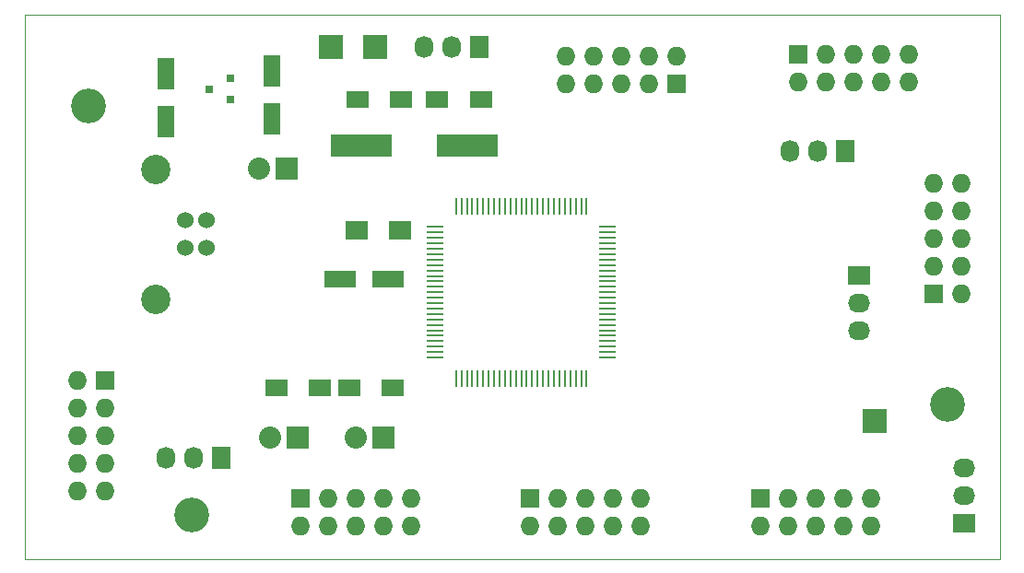
<source format=gts>
G04 #@! TF.FileFunction,Soldermask,Top*
%FSLAX46Y46*%
G04 Gerber Fmt 4.6, Leading zero omitted, Abs format (unit mm)*
G04 Created by KiCad (PCBNEW 4.0.2-stable) date vie 27 may 2016 00:51:31 CEST*
%MOMM*%
G01*
G04 APERTURE LIST*
%ADD10C,0.100000*%
%ADD11R,1.727200X1.727200*%
%ADD12O,1.727200X1.727200*%
%ADD13R,1.500000X0.280000*%
%ADD14R,0.280000X1.500000*%
%ADD15R,1.600200X2.999740*%
%ADD16R,2.000000X1.600000*%
%ADD17R,2.999740X1.600200*%
%ADD18R,2.032000X2.032000*%
%ADD19O,2.032000X2.032000*%
%ADD20R,1.727200X2.032000*%
%ADD21O,1.727200X2.032000*%
%ADD22R,2.235200X2.235200*%
%ADD23C,1.524000*%
%ADD24C,2.700020*%
%ADD25R,2.032000X1.727200*%
%ADD26O,2.032000X1.727200*%
%ADD27R,2.000000X1.700000*%
%ADD28R,0.800100X0.800100*%
%ADD29R,5.600700X2.100580*%
%ADD30C,3.200000*%
G04 APERTURE END LIST*
D10*
X96520000Y-77470000D02*
X96520000Y-127508000D01*
X186055000Y-77470000D02*
X96520000Y-77470000D01*
X186055000Y-127508000D02*
X186055000Y-77470000D01*
X96520000Y-127508000D02*
X186055000Y-127508000D01*
D11*
X121856500Y-121920000D03*
D12*
X121856500Y-124460000D03*
X124396500Y-121920000D03*
X124396500Y-124460000D03*
X126936500Y-121920000D03*
X126936500Y-124460000D03*
X129476500Y-121920000D03*
X129476500Y-124460000D03*
X132016500Y-121920000D03*
X132016500Y-124460000D03*
D13*
X134213000Y-97009396D03*
X134213000Y-97509396D03*
X134213000Y-98009396D03*
X134213000Y-98509396D03*
X134213000Y-99009396D03*
X134213000Y-99509396D03*
X134213000Y-100009396D03*
X134213000Y-100509396D03*
X134213000Y-101009396D03*
X134213000Y-101509396D03*
X134213000Y-102009396D03*
X134213000Y-102509396D03*
X134213000Y-103009396D03*
X134213000Y-103509396D03*
X134213000Y-104009396D03*
X134213000Y-104509396D03*
X134213000Y-105009396D03*
X134213000Y-105509396D03*
X134213000Y-106009396D03*
X134213000Y-106509396D03*
X134213000Y-107009396D03*
X134213000Y-107509396D03*
X134213000Y-108009396D03*
X134213000Y-108509396D03*
X134213000Y-109009396D03*
D14*
X136113000Y-110909396D03*
X136613000Y-110909396D03*
X137113000Y-110909396D03*
X137613000Y-110909396D03*
X138113000Y-110909396D03*
X138613000Y-110909396D03*
X139113000Y-110909396D03*
X139613000Y-110909396D03*
X140113000Y-110909396D03*
X140613000Y-110909396D03*
X141113000Y-110909396D03*
X141613000Y-110909396D03*
X142113000Y-110909396D03*
X142613000Y-110909396D03*
X143113000Y-110909396D03*
X143613000Y-110909396D03*
X144113000Y-110909396D03*
X144613000Y-110909396D03*
X145113000Y-110909396D03*
X145613000Y-110909396D03*
X146113000Y-110909396D03*
X146613000Y-110909396D03*
X147113000Y-110909396D03*
X147613000Y-110909396D03*
X148113000Y-110909396D03*
D13*
X150013000Y-109009396D03*
X150013000Y-108509396D03*
X150013000Y-108009396D03*
X150013000Y-107509396D03*
X150013000Y-107009396D03*
X150013000Y-106509396D03*
X150013000Y-106009396D03*
X150013000Y-105509396D03*
X150013000Y-105009396D03*
X150013000Y-104509396D03*
X150013000Y-104009396D03*
X150013000Y-103509396D03*
X150013000Y-103009396D03*
X150013000Y-102509396D03*
X150013000Y-102009396D03*
X150013000Y-101509396D03*
X150013000Y-101009396D03*
X150013000Y-100509396D03*
X150013000Y-100009396D03*
X150013000Y-99509396D03*
X150013000Y-99009396D03*
X150013000Y-98509396D03*
X150013000Y-98009396D03*
X150013000Y-97509396D03*
X150013000Y-97009396D03*
D14*
X148113000Y-95109396D03*
X147613000Y-95109396D03*
X147113000Y-95109396D03*
X146613000Y-95109396D03*
X146113000Y-95109396D03*
X145613000Y-95109396D03*
X145113000Y-95109396D03*
X144613000Y-95109396D03*
X144113000Y-95109396D03*
X143613000Y-95109396D03*
X143113000Y-95109396D03*
X142613000Y-95109396D03*
X142113000Y-95109396D03*
X141613000Y-95109396D03*
X141113000Y-95109396D03*
X140613000Y-95109396D03*
X140113000Y-95109396D03*
X139613000Y-95109396D03*
X139113000Y-95109396D03*
X138613000Y-95109396D03*
X138113000Y-95109396D03*
X137613000Y-95109396D03*
X137113000Y-95109396D03*
X136613000Y-95109396D03*
X136113000Y-95109396D03*
D15*
X109474000Y-82913220D03*
X109474000Y-87312500D03*
X119189500Y-82659220D03*
X119189500Y-87058500D03*
D16*
X138398000Y-85280500D03*
X134398000Y-85280500D03*
X127095500Y-85280500D03*
X131095500Y-85280500D03*
D17*
X129834640Y-101790500D03*
X125435360Y-101790500D03*
D16*
X123602500Y-111760000D03*
X119602500Y-111760000D03*
X130333500Y-111760000D03*
X126333500Y-111760000D03*
D18*
X120523000Y-91630500D03*
D19*
X117983000Y-91630500D03*
D20*
X138239500Y-80454500D03*
D21*
X135699500Y-80454500D03*
X133159500Y-80454500D03*
D22*
X128651000Y-80454500D03*
D23*
X113220500Y-98966020D03*
X113220500Y-96426020D03*
X111221520Y-96426020D03*
X111221520Y-98966020D03*
D24*
X108521500Y-103695500D03*
X108521500Y-91696540D03*
D20*
X171831000Y-90043000D03*
D21*
X169291000Y-90043000D03*
X166751000Y-90043000D03*
D25*
X173101000Y-101473000D03*
D26*
X173101000Y-104013000D03*
X173101000Y-106553000D03*
D22*
X124587000Y-80454500D03*
X174561500Y-114871500D03*
D20*
X114554000Y-118237000D03*
D21*
X112014000Y-118237000D03*
X109474000Y-118237000D03*
D25*
X182753000Y-124206000D03*
D26*
X182753000Y-121666000D03*
X182753000Y-119126000D03*
D27*
X130968500Y-97345500D03*
X126968500Y-97345500D03*
D28*
X115427760Y-85278000D03*
X115427760Y-83378000D03*
X113428780Y-84328000D03*
D29*
X137119360Y-89535000D03*
X127421640Y-89535000D03*
D18*
X121602500Y-116332000D03*
D19*
X119062500Y-116332000D03*
D18*
X129413000Y-116332000D03*
D19*
X126873000Y-116332000D03*
D11*
X167513000Y-81153000D03*
D12*
X167513000Y-83693000D03*
X170053000Y-81153000D03*
X170053000Y-83693000D03*
X172593000Y-81153000D03*
X172593000Y-83693000D03*
X175133000Y-81153000D03*
X175133000Y-83693000D03*
X177673000Y-81153000D03*
X177673000Y-83693000D03*
D11*
X156400500Y-83883500D03*
D12*
X156400500Y-81343500D03*
X153860500Y-83883500D03*
X153860500Y-81343500D03*
X151320500Y-83883500D03*
X151320500Y-81343500D03*
X148780500Y-83883500D03*
X148780500Y-81343500D03*
X146240500Y-83883500D03*
X146240500Y-81343500D03*
D11*
X142938500Y-121920000D03*
D12*
X142938500Y-124460000D03*
X145478500Y-121920000D03*
X145478500Y-124460000D03*
X148018500Y-121920000D03*
X148018500Y-124460000D03*
X150558500Y-121920000D03*
X150558500Y-124460000D03*
X153098500Y-121920000D03*
X153098500Y-124460000D03*
D11*
X164084000Y-121920000D03*
D12*
X164084000Y-124460000D03*
X166624000Y-121920000D03*
X166624000Y-124460000D03*
X169164000Y-121920000D03*
X169164000Y-124460000D03*
X171704000Y-121920000D03*
X171704000Y-124460000D03*
X174244000Y-121920000D03*
X174244000Y-124460000D03*
D11*
X179959000Y-103187500D03*
D12*
X182499000Y-103187500D03*
X179959000Y-100647500D03*
X182499000Y-100647500D03*
X179959000Y-98107500D03*
X182499000Y-98107500D03*
X179959000Y-95567500D03*
X182499000Y-95567500D03*
X179959000Y-93027500D03*
X182499000Y-93027500D03*
D11*
X103886000Y-111125000D03*
D12*
X101346000Y-111125000D03*
X103886000Y-113665000D03*
X101346000Y-113665000D03*
X103886000Y-116205000D03*
X101346000Y-116205000D03*
X103886000Y-118745000D03*
X101346000Y-118745000D03*
X103886000Y-121285000D03*
X101346000Y-121285000D03*
D30*
X102362000Y-85852000D03*
X111823500Y-123444000D03*
X181229000Y-113284000D03*
M02*

</source>
